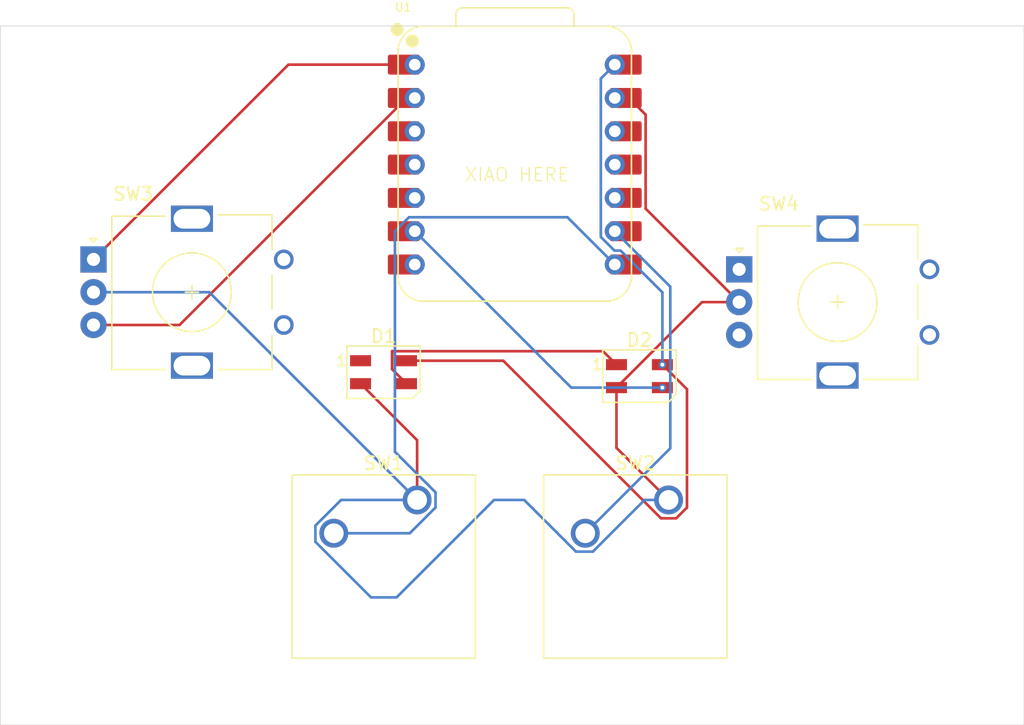
<source format=kicad_pcb>
(kicad_pcb (version 20241229) (generator "pcbnew") (generator_version "9.0")
  (layers (0 "F.Cu" signal) (2 "B.Cu" signal) (13 "F.Paste" user) (15 "B.Paste" user) (5 "F.SilkS" user "F.Silkscreen") (7 "B.SilkS" user "B.Silkscreen") (1 "F.Mask" user) (3 "B.Mask" user) (25 "Edge.Cuts" user))
  (net 0 "")
  (net 1 "GND")
  (net 2 "+5V")
  (net 3 "Net-(D1-DIN)")
  (net 5 "Net-(D2-DIN)")
  (net 6 "Net-(U1-GPIO1{slash}RX)")
  (net 7 "Net-(U1-GPIO2{slash}SCK)")
  (net 8 "Net-(U1-GPIO26{slash}ADC0{slash}A0)")
  (net 9 "Net-(U1-GPIO27{slash}ADC1{slash}A1)")
  (footprint "OPL:XIAO-RP2040-DIP" (layer "F.Cu") (at 107.5 64.1685)
    (property "Reference" "U1" (at -8.5 -12 0) (layer "F.SilkS") (effects (font (size 0.635 0.635) (thickness 0.1016))))
    (property "Value" "XIAO-RP2040-DIP")
    (fp_line (start -8.89 8.509) (end -8.89 -8.636) (stroke (width 0.127)) (layer "F.SilkS"))
    (fp_line (start -6.985 10.414) (end 6.985 10.414) (stroke (width 0.127)) (layer "F.SilkS"))
    (fp_line (start -4.495 -10.541) (end -4.491272 -11.451272) (stroke (width 0.127)) (layer "F.SilkS"))
    (fp_line (start -3.991272 -11.951) (end 4.004 -11.951) (stroke (width 0.127)) (layer "F.SilkS"))
    (fp_line (start 4.504 -11.451) (end 4.504 -10.541) (stroke (width 0.127)) (layer "F.SilkS"))
    (fp_line (start 6.985 -10.541) (end -6.985 -10.541) (stroke (width 0.1)) (layer "F.SilkS"))
    (fp_line (start 6.985 -10.541) (end -6.985 -10.541) (stroke (width 0.127)) (layer "F.SilkS"))
    (fp_line (start 8.89 8.509) (end 8.89 -8.636) (stroke (width 0.127)) (layer "F.SilkS"))
    (fp_arc (start -8.89 -8.636) (mid -8.332038 -9.983038) (end -6.985 -10.541) (stroke (width 0.127)) (layer "F.SilkS"))
    (fp_arc (start -6.985 10.414) (mid -8.332038 9.856038) (end -8.89 8.509) (stroke (width 0.127)) (layer "F.SilkS"))
    (fp_arc (start -4.491272 -11.451272) (mid -4.344728 -11.80464) (end -3.991272 -11.951) (stroke (width 0.127)) (layer "F.SilkS"))
    (fp_arc (start 4.004 -11.951) (mid 4.357553 -11.804553) (end 4.504 -11.451) (stroke (width 0.127)) (layer "F.SilkS"))
    (fp_arc (start 6.985 -10.541) (mid 8.332038 -9.983038) (end 8.89 -8.636) (stroke (width 0.127)) (layer "F.SilkS"))
    (fp_arc (start 8.89 8.509) (mid 8.332038 9.856038) (end 6.985 10.414) (stroke (width 0.127)) (layer "F.SilkS"))
    (fp_circle (center -8.95 -10.3) (end -8.95 -10.554) (stroke (width 0.5)) (fill yes) (layer "F.SilkS"))
    (fp_circle (center -7.807 -9.42) (end -7.807 -9.674) (stroke (width 0.5)) (fill yes) (layer "F.SilkS"))
    (pad "1" smd roundrect (at -8.455 -7.62 180) (size 2.432 1.524) (layers "F.Cu" "F.Mask") (roundrect_rratio 0.1) (net 8 "Net-(U1-GPIO26{slash}ADC0{slash}A0)"))
    (pad "1" thru_hole circle (at -7.62 -7.62 180) (size 1.524 1.524) (drill 0.889) (layers "*.Cu" "*.Mask") (net 8 "Net-(U1-GPIO26{slash}ADC0{slash}A0)"))
    (pad "2" smd roundrect (at -8.455 -5.08 180) (size 2.432 1.524) (layers "F.Cu" "F.Mask") (roundrect_rratio 0.1) (net 9 "Net-(U1-GPIO27{slash}ADC1{slash}A1)"))
    (pad "2" thru_hole circle (at -7.62 -5.08 180) (size 1.524 1.524) (drill 0.889) (layers "*.Cu" "*.Mask") (net 9 "Net-(U1-GPIO27{slash}ADC1{slash}A1)"))
    (pad "3" smd roundrect (at -8.455 -2.54 180) (size 2.432 1.524) (layers "F.Cu" "F.Mask") (roundrect_rratio 0.1))
    (pad "3" thru_hole circle (at -7.62 -2.54 180) (size 1.524 1.524) (drill 0.889) (layers "*.Cu" "*.Mask"))
    (pad "4" smd roundrect (at -8.455 0 180) (size 2.432 1.524) (layers "F.Cu" "F.Mask") (roundrect_rratio 0.1))
    (pad "4" thru_hole circle (at -7.62 0 180) (size 1.524 1.524) (drill 0.889) (layers "*.Cu" "*.Mask"))
    (pad "5" smd roundrect (at -8.455 2.54 180) (size 2.432 1.524) (layers "F.Cu" "F.Mask") (roundrect_rratio 0.1))
    (pad "5" thru_hole circle (at -7.62 2.54 180) (size 1.524 1.524) (drill 0.889) (layers "*.Cu" "*.Mask"))
    (pad "6" smd roundrect (at -8.455 5.08 180) (size 2.432 1.524) (layers "F.Cu" "F.Mask") (roundrect_rratio 0.1) (net 5 "Net-(D2-DIN)"))
    (pad "6" thru_hole circle (at -7.62 5.08 180) (size 1.524 1.524) (drill 0.889) (layers "*.Cu" "*.Mask") (net 5 "Net-(D2-DIN)"))
    (pad "7" smd roundrect (at -8.455 7.62 180) (size 2.432 1.524) (layers "F.Cu" "F.Mask") (roundrect_rratio 0.1))
    (pad "7" thru_hole circle (at -7.62 7.62 180) (size 1.524 1.524) (drill 0.889) (layers "*.Cu" "*.Mask"))
    (pad "8" thru_hole circle (at 7.62 7.62) (size 1.524 1.524) (drill 0.889) (layers "*.Cu" "*.Mask") (net 6 "Net-(U1-GPIO1{slash}RX)"))
    (pad "8" smd roundrect (at 8.455 7.62) (size 2.432 1.524) (layers "F.Cu" "F.Mask") (roundrect_rratio 0.1) (net 6 "Net-(U1-GPIO1{slash}RX)"))
    (pad "9" thru_hole circle (at 7.62 5.08) (size 1.524 1.524) (drill 0.889) (layers "*.Cu" "*.Mask") (net 7 "Net-(U1-GPIO2{slash}SCK)"))
    (pad "9" smd roundrect (at 8.455 5.08) (size 2.432 1.524) (layers "F.Cu" "F.Mask") (roundrect_rratio 0.1) (net 7 "Net-(U1-GPIO2{slash}SCK)"))
    (pad "10" thru_hole circle (at 7.62 2.54) (size 1.524 1.524) (drill 0.889) (layers "*.Cu" "*.Mask"))
    (pad "10" smd roundrect (at 8.455 2.54) (size 2.432 1.524) (layers "F.Cu" "F.Mask") (roundrect_rratio 0.1))
    (pad "11" thru_hole circle (at 7.62 0) (size 1.524 1.524) (drill 0.889) (layers "*.Cu" "*.Mask"))
    (pad "11" smd roundrect (at 8.455 0) (size 2.432 1.524) (layers "F.Cu" "F.Mask") (roundrect_rratio 0.1))
    (pad "12" thru_hole circle (at 7.62 -2.54) (size 1.524 1.524) (drill 0.889) (layers "*.Cu" "*.Mask"))
    (pad "12" smd roundrect (at 8.455 -2.54) (size 2.432 1.524) (layers "F.Cu" "F.Mask") (roundrect_rratio 0.1))
    (pad "13" thru_hole circle (at 7.62 -5.08) (size 1.524 1.524) (drill 0.889) (layers "*.Cu" "*.Mask") (net 1 "GND"))
    (pad "13" smd roundrect (at 8.455 -5.08) (size 2.432 1.524) (layers "F.Cu" "F.Mask") (roundrect_rratio 0.1) (net 1 "GND"))
    (pad "14" thru_hole circle (at 7.62 -7.62) (size 1.524 1.524) (drill 0.889) (layers "*.Cu" "*.Mask") (net 2 "+5V"))
    (pad "14" smd roundrect (at 8.455 -7.62) (size 2.432 1.524) (layers "F.Cu" "F.Mask") (roundrect_rratio 0.1) (net 2 "+5V"))
  )
  (footprint "LED_SMD:LED_SK6812MINI_PLCC4_3.5x3.5mm_P1.75mm" (layer "F.Cu") (at 97.5 80)
    (property "Reference" "D1" (at 0 -2.75 0) (layer "F.SilkS"))
    (property "Value" "SK6812MINI")
    (fp_line (start -2.8 -2) (end -2.8 2) (stroke (width 0.12)) (layer "F.SilkS"))
    (fp_line (start -2.8 -2) (end 2.8 -2) (stroke (width 0.12)) (layer "F.SilkS"))
    (fp_line (start -2.8 2) (end 2.2 2) (stroke (width 0.12)) (layer "F.SilkS"))
    (fp_line (start 2.8 1.4) (end 2.2 2) (stroke (width 0.12)) (layer "F.SilkS"))
    (fp_line (start 2.8 1.4) (end 2.8 -2) (stroke (width 0.12)) (layer "F.SilkS"))
    (fp_text user "1" (at -3.2 -0.875 0) (layer "F.SilkS") (effects (font (size 0.8 0.8))))
    (pad "1" smd rect (at -1.75 -0.875) (size 1.6 0.85) (layers "F.Cu" "F.Mask" "F.Paste"))
    (pad "2" smd rect (at -1.75 0.875) (size 1.6 0.85) (layers "F.Cu" "F.Mask" "F.Paste") (net 1 "GND"))
    (pad "3" smd rect (at 1.75 0.875) (size 1.6 0.85) (layers "F.Cu" "F.Mask" "F.Paste") (net 3 "Net-(D1-DIN)"))
    (pad "4" smd rect (at 1.75 -0.875) (size 1.6 0.85) (layers "F.Cu" "F.Mask" "F.Paste") (net 2 "+5V"))
  )
  (footprint "Rotary_Encoder:RotaryEncoder_Alps_EC11E_Vertical_H20mm" (layer "F.Cu") (at 124.6 72.15625)
    (property "Reference" "SW4" (at 3.025 -5 0) (layer "F.SilkS"))
    (property "Value" "RotaryEncoder")
    (fp_line (start -0.3 -1.6) (end 0.3 -1.6) (stroke (width 0.12)) (layer "F.SilkS"))
    (fp_line (start 0 -1.3) (end -0.3 -1.6) (stroke (width 0.12)) (layer "F.SilkS"))
    (fp_line (start 0.3 -1.6) (end 0 -1.3) (stroke (width 0.12)) (layer "F.SilkS"))
    (fp_line (start 1.4 -3.3) (end 1.4 8.4) (stroke (width 0.12)) (layer "F.SilkS"))
    (fp_line (start 5.5 -3.3) (end 1.4 -3.3) (stroke (width 0.12)) (layer "F.SilkS"))
    (fp_line (start 5.5 8.4) (end 1.4 8.4) (stroke (width 0.12)) (layer "F.SilkS"))
    (fp_line (start 7 2.5) (end 8 2.5) (stroke (width 0.12)) (layer "F.SilkS"))
    (fp_line (start 7.5 2) (end 7.5 3) (stroke (width 0.12)) (layer "F.SilkS"))
    (fp_line (start 9.5 -3.4) (end 13.6 -3.4) (stroke (width 0.12)) (layer "F.SilkS"))
    (fp_line (start 13.6 -3.4) (end 13.6 -0.8) (stroke (width 0.12)) (layer "F.SilkS"))
    (fp_line (start 13.6 1.2) (end 13.6 3.8) (stroke (width 0.12)) (layer "F.SilkS"))
    (fp_line (start 13.6 5.8) (end 13.6 8.4) (stroke (width 0.12)) (layer "F.SilkS"))
    (fp_line (start 13.6 8.4) (end 9.5 8.4) (stroke (width 0.12)) (layer "F.SilkS"))
    (fp_circle (center 7.5 2.5) (end 10.5 2.5) (stroke (width 0.12)) (fill no) (layer "F.SilkS"))
    (pad "" thru_hole circle (at 14.5 0) (size 1.5 1.5) (drill 1) (layers "*.Cu" "*.Mask"))
    (pad "" thru_hole circle (at 14.5 5) (size 1.5 1.5) (drill 1) (layers "*.Cu" "*.Mask"))
    (pad "A" thru_hole rect (at 0 0) (size 2 2) (drill 1) (layers "*.Cu" "*.Mask"))
    (pad "B" thru_hole circle (at 0 5) (size 2 2) (drill 1) (layers "*.Cu" "*.Mask"))
    (pad "C" thru_hole circle (at 0 2.5) (size 2 2) (drill 1) (layers "*.Cu" "*.Mask") (net 1 "GND"))
    (pad "MP" thru_hole rect (at 7.5 -3.1) (size 3.2 2) (drill oval 2.8 1.5) (layers "*.Cu" "*.Mask"))
    (pad "MP" thru_hole rect (at 7.5 8.1) (size 3.2 2) (drill oval 2.8 1.5) (layers "*.Cu" "*.Mask"))
  )
  (footprint "Rotary_Encoder:RotaryEncoder_Alps_EC11E_Vertical_H20mm" (layer "F.Cu") (at 75.4 71.4)
    (property "Reference" "SW3" (at 3.025 -5 0) (layer "F.SilkS"))
    (property "Value" "RotaryEncoder")
    (fp_line (start -0.3 -1.6) (end 0.3 -1.6) (stroke (width 0.12)) (layer "F.SilkS"))
    (fp_line (start 0 -1.3) (end -0.3 -1.6) (stroke (width 0.12)) (layer "F.SilkS"))
    (fp_line (start 0.3 -1.6) (end 0 -1.3) (stroke (width 0.12)) (layer "F.SilkS"))
    (fp_line (start 1.4 -3.3) (end 1.4 8.4) (stroke (width 0.12)) (layer "F.SilkS"))
    (fp_line (start 5.5 -3.3) (end 1.4 -3.3) (stroke (width 0.12)) (layer "F.SilkS"))
    (fp_line (start 5.5 8.4) (end 1.4 8.4) (stroke (width 0.12)) (layer "F.SilkS"))
    (fp_line (start 7 2.5) (end 8 2.5) (stroke (width 0.12)) (layer "F.SilkS"))
    (fp_line (start 7.5 2) (end 7.5 3) (stroke (width 0.12)) (layer "F.SilkS"))
    (fp_line (start 9.5 -3.4) (end 13.6 -3.4) (stroke (width 0.12)) (layer "F.SilkS"))
    (fp_line (start 13.6 -3.4) (end 13.6 -0.8) (stroke (width 0.12)) (layer "F.SilkS"))
    (fp_line (start 13.6 1.2) (end 13.6 3.8) (stroke (width 0.12)) (layer "F.SilkS"))
    (fp_line (start 13.6 5.8) (end 13.6 8.4) (stroke (width 0.12)) (layer "F.SilkS"))
    (fp_line (start 13.6 8.4) (end 9.5 8.4) (stroke (width 0.12)) (layer "F.SilkS"))
    (fp_circle (center 7.5 2.5) (end 10.5 2.5) (stroke (width 0.12)) (fill no) (layer "F.SilkS"))
    (pad "" thru_hole circle (at 14.5 0) (size 1.5 1.5) (drill 1) (layers "*.Cu" "*.Mask"))
    (pad "" thru_hole circle (at 14.5 5) (size 1.5 1.5) (drill 1) (layers "*.Cu" "*.Mask"))
    (pad "A" thru_hole rect (at 0 0) (size 2 2) (drill 1) (layers "*.Cu" "*.Mask") (net 8 "Net-(U1-GPIO26{slash}ADC0{slash}A0)"))
    (pad "B" thru_hole circle (at 0 5) (size 2 2) (drill 1) (layers "*.Cu" "*.Mask") (net 9 "Net-(U1-GPIO27{slash}ADC1{slash}A1)"))
    (pad "C" thru_hole circle (at 0 2.5) (size 2 2) (drill 1) (layers "*.Cu" "*.Mask") (net 1 "GND"))
    (pad "MP" thru_hole rect (at 7.5 -3.1) (size 3.2 2) (drill oval 2.8 1.5) (layers "*.Cu" "*.Mask"))
    (pad "MP" thru_hole rect (at 7.5 8.1) (size 3.2 2) (drill oval 2.8 1.5) (layers "*.Cu" "*.Mask"))
  )
  (footprint "Button_Switch_Keyboard:SW_Cherry_MX_1.00u_PCB" (layer "F.Cu") (at 100.06 89.74)
    (property "Reference" "SW1" (at -2.54 -2.794 0) (layer "F.SilkS"))
    (property "Value" "SW_Push")
    (fp_line (start -9.525 -1.905) (end 4.445 -1.905) (stroke (width 0.12)) (layer "F.SilkS"))
    (fp_line (start -9.525 12.065) (end -9.525 -1.905) (stroke (width 0.12)) (layer "F.SilkS"))
    (fp_line (start 4.445 -1.905) (end 4.445 12.065) (stroke (width 0.12)) (layer "F.SilkS"))
    (fp_line (start 4.445 12.065) (end -9.525 12.065) (stroke (width 0.12)) (layer "F.SilkS"))
    (pad "" np_thru_hole circle (at -7.62 5.08) (size 1.7 1.7) (drill 1.7) (layers "*.Cu" "*.Mask"))
    (pad "" np_thru_hole circle (at -2.54 5.08) (size 4 4) (drill 4) (layers "*.Cu" "*.Mask"))
    (pad "" np_thru_hole circle (at 2.54 5.08) (size 1.7 1.7) (drill 1.7) (layers "*.Cu" "*.Mask"))
    (pad "1" thru_hole circle (at 0 0) (size 2.2 2.2) (drill 1.5) (layers "*.Cu" "*.Mask") (net 1 "GND"))
    (pad "2" thru_hole circle (at -6.35 2.54) (size 2.2 2.2) (drill 1.5) (layers "*.Cu" "*.Mask") (net 6 "Net-(U1-GPIO1{slash}RX)"))
  )
  (footprint "Button_Switch_Keyboard:SW_Cherry_MX_1.00u_PCB" (layer "F.Cu") (at 119.22125 89.74)
    (property "Reference" "SW2" (at -2.54 -2.794 0) (layer "F.SilkS"))
    (property "Value" "SW_Push")
    (fp_line (start -9.525 -1.905) (end 4.445 -1.905) (stroke (width 0.12)) (layer "F.SilkS"))
    (fp_line (start -9.525 12.065) (end -9.525 -1.905) (stroke (width 0.12)) (layer "F.SilkS"))
    (fp_line (start 4.445 -1.905) (end 4.445 12.065) (stroke (width 0.12)) (layer "F.SilkS"))
    (fp_line (start 4.445 12.065) (end -9.525 12.065) (stroke (width 0.12)) (layer "F.SilkS"))
    (pad "" np_thru_hole circle (at -7.62 5.08) (size 1.7 1.7) (drill 1.7) (layers "*.Cu" "*.Mask"))
    (pad "" np_thru_hole circle (at -2.54 5.08) (size 4 4) (drill 4) (layers "*.Cu" "*.Mask"))
    (pad "" np_thru_hole circle (at 2.54 5.08) (size 1.7 1.7) (drill 1.7) (layers "*.Cu" "*.Mask"))
    (pad "1" thru_hole circle (at 0 0) (size 2.2 2.2) (drill 1.5) (layers "*.Cu" "*.Mask") (net 1 "GND"))
    (pad "2" thru_hole circle (at -6.35 2.54) (size 2.2 2.2) (drill 1.5) (layers "*.Cu" "*.Mask") (net 7 "Net-(U1-GPIO2{slash}SCK)"))
  )
  (footprint "LED_SMD:LED_SK6812MINI_PLCC4_3.5x3.5mm_P1.75mm" (layer "F.Cu") (at 117 80.3)
    (property "Reference" "D2" (at 0 -2.75 0) (layer "F.SilkS"))
    (property "Value" "SK6812MINI")
    (fp_line (start -2.8 -2) (end -2.8 2) (stroke (width 0.12)) (layer "F.SilkS"))
    (fp_line (start -2.8 -2) (end 2.8 -2) (stroke (width 0.12)) (layer "F.SilkS"))
    (fp_line (start -2.8 2) (end 2.2 2) (stroke (width 0.12)) (layer "F.SilkS"))
    (fp_line (start 2.8 1.4) (end 2.2 2) (stroke (width 0.12)) (layer "F.SilkS"))
    (fp_line (start 2.8 1.4) (end 2.8 -2) (stroke (width 0.12)) (layer "F.SilkS"))
    (fp_text user "1" (at -3.2 -0.875 0) (layer "F.SilkS") (effects (font (size 0.8 0.8))))
    (pad "1" smd rect (at -1.75 -0.875) (size 1.6 0.85) (layers "F.Cu" "F.Mask" "F.Paste") (net 3 "Net-(D1-DIN)"))
    (pad "2" smd rect (at -1.75 0.875) (size 1.6 0.85) (layers "F.Cu" "F.Mask" "F.Paste") (net 1 "GND"))
    (pad "3" smd rect (at 1.75 0.875) (size 1.6 0.85) (layers "F.Cu" "F.Mask" "F.Paste") (net 5 "Net-(D2-DIN)"))
    (pad "4" smd rect (at 1.75 -0.875) (size 1.6 0.85) (layers "F.Cu" "F.Mask" "F.Paste") (net 2 "+5V"))
  )
  (gr_rect (start 68.3 53.6) (end 146.3 106.9) (stroke (width 0.05)) (fill no) (layer "Edge.Cuts"))
  (gr_text "XIAO HERE" (at 103.63 65.52 0) (layer "F.SilkS") (effects (font (size 1 1) (thickness 0.1)) (justify left bottom)))
  (segment (start 100.06 89.74) (end 100.06 85.185) (width 0.2) (layer "F.Cu") (net 1))
  (segment (start 100.06 85.185) (end 95.75 80.875) (width 0.2) (layer "F.Cu") (net 1))
  (segment (start 124.6 74.65625) (end 121.76875 74.65625) (width 0.2) (layer "F.Cu") (net 1))
  (segment (start 116.19763 59.0885) (end 115.12 59.0885) (width 0.2) (layer "F.Cu") (net 1))
  (segment (start 115.25 85.76875) (end 115.25 81.175) (width 0.2) (layer "F.Cu") (net 1))
  (segment (start 124.6 74.65625) (end 117.472 67.52825) (width 0.2) (layer "F.Cu") (net 1))
  (segment (start 117.472 67.52825) (end 117.472 60.36287) (width 0.2) (layer "F.Cu") (net 1))
  (segment (start 119.22125 89.74) (end 115.25 85.76875) (width 0.2) (layer "F.Cu") (net 1))
  (segment (start 117.472 60.36287) (end 116.19763 59.0885) (width 0.2) (layer "F.Cu") (net 1))
  (segment (start 121.76875 74.65625) (end 115.25 81.175) (width 0.2) (layer "F.Cu") (net 1))
  (segment (start 119.22125 89.74) (end 117.392564 89.74) (width 0.2) (layer "B.Cu") (net 1))
  (segment (start 75.4 73.9) (end 84.22 73.9) (width 0.2) (layer "B.Cu") (net 1))
  (segment (start 113.451564 93.681) (end 112.16072 93.681) (width 0.2) (layer "B.Cu") (net 1))
  (segment (start 96.546184 97.171) (end 92.309 92.933816) (width 0.2) (layer "B.Cu") (net 1))
  (segment (start 92.309 91.699686) (end 94.268686 89.74) (width 0.2) (layer "B.Cu") (net 1))
  (segment (start 112.16072 93.681) (end 108.21972 89.74) (width 0.2) (layer "B.Cu") (net 1))
  (segment (start 105.924816 89.74) (end 98.493816 97.171) (width 0.2) (layer "B.Cu") (net 1))
  (segment (start 92.309 92.933816) (end 92.309 91.699686) (width 0.2) (layer "B.Cu") (net 1))
  (segment (start 94.268686 89.74) (end 100.06 89.74) (width 0.2) (layer "B.Cu") (net 1))
  (segment (start 117.392564 89.74) (end 113.451564 93.681) (width 0.2) (layer "B.Cu") (net 1))
  (segment (start 98.493816 97.171) (end 96.546184 97.171) (width 0.2) (layer "B.Cu") (net 1))
  (segment (start 108.21972 89.74) (end 105.924816 89.74) (width 0.2) (layer "B.Cu") (net 1))
  (segment (start 84.22 73.9) (end 100.06 89.74) (width 0.2) (layer "B.Cu") (net 1))
  (segment (start 99.25 79.125) (end 106.624936 79.125) (width 0.2) (layer "F.Cu") (net 2))
  (segment (start 118.640936 91.141) (end 119.801564 91.141) (width 0.2) (layer "F.Cu") (net 2))
  (segment (start 106.624936 79.125) (end 118.640936 91.141) (width 0.2) (layer "F.Cu") (net 2))
  (segment (start 120.62225 90.320314) (end 120.62225 81.29725) (width 0.2) (layer "F.Cu") (net 2))
  (segment (start 120.62225 81.29725) (end 118.75 79.425) (width 0.2) (layer "F.Cu") (net 2))
  (segment (start 119.801564 91.141) (end 120.62225 90.320314) (width 0.2) (layer "F.Cu") (net 2))
  (via (at 118.75 79.425) (size 0.6) (drill 0.3) (layers "F.Cu" "B.Cu") (net 2))
  (segment (start 115.12 56.5485) (end 114.057 57.6115) (width 0.2) (layer "B.Cu") (net 2))
  (segment (start 114.057 69.68881) (end 115.09369 70.7255) (width 0.2) (layer "B.Cu") (net 2))
  (segment (start 114.057 57.6115) (end 114.057 69.68881) (width 0.2) (layer "B.Cu") (net 2))
  (segment (start 115.09369 70.7255) (end 115.56031 70.7255) (width 0.2) (layer "B.Cu") (net 2))
  (segment (start 118.75 73.91519) (end 118.75 79.425) (width 0.2) (layer "B.Cu") (net 2))
  (segment (start 115.56031 70.7255) (end 118.75 73.91519) (width 0.2) (layer "B.Cu") (net 2))
  (segment (start 114.224 78.399) (end 115.25 79.425) (width 0.2) (layer "F.Cu") (net 3))
  (segment (start 98.149 78.399) (end 114.224 78.399) (width 0.2) (layer "F.Cu") (net 3))
  (segment (start 98.149 79.774) (end 98.149 78.399) (width 0.2) (layer "F.Cu") (net 3))
  (segment (start 99.25 80.875) (end 98.149 79.774) (width 0.2) (layer "F.Cu") (net 3))
  (via (at 118.75 81.175) (size 0.6) (drill 0.3) (layers "F.Cu" "B.Cu") (net 5))
  (segment (start 99.88 69.2485) (end 111.8065 81.175) (width 0.2) (layer "B.Cu") (net 5))
  (segment (start 111.8065 81.175) (end 118.75 81.175) (width 0.2) (layer "B.Cu") (net 5))
  (segment (start 99.43969 68.1855) (end 98.36855 69.25664) (width 0.2) (layer "B.Cu") (net 6))
  (segment (start 98.36855 69.25664) (end 98.36855 86.067236) (width 0.2) (layer "B.Cu") (net 6))
  (segment (start 99.501314 92.28) (end 93.71 92.28) (width 0.2) (layer "B.Cu") (net 6))
  (segment (start 101.461 90.320314) (end 99.501314 92.28) (width 0.2) (layer "B.Cu") (net 6))
  (segment (start 98.36855 86.067236) (end 101.461 89.159686) (width 0.2) (layer "B.Cu") (net 6))
  (segment (start 111.517 68.1855) (end 99.43969 68.1855) (width 0.2) (layer "B.Cu") (net 6))
  (segment (start 101.461 89.159686) (end 101.461 90.320314) (width 0.2) (layer "B.Cu") (net 6))
  (segment (start 115.12 71.7885) (end 111.517 68.1855) (width 0.2) (layer "B.Cu") (net 6))
  (segment (start 119.351 85.80025) (end 119.351 73.4795) (width 0.2) (layer "B.Cu") (net 7))
  (segment (start 112.87125 92.28) (end 119.351 85.80025) (width 0.2) (layer "B.Cu") (net 7))
  (segment (start 119.351 73.4795) (end 115.12 69.2485) (width 0.2) (layer "B.Cu") (net 7))
  (segment (start 90.2515 56.5485) (end 99.88 56.5485) (width 0.2) (layer "F.Cu") (net 8))
  (segment (start 75.4 71.4) (end 90.2515 56.5485) (width 0.2) (layer "F.Cu") (net 8))
  (segment (start 99.266374 59.0885) (end 99.88 59.0885) (width 0.2) (layer "F.Cu") (net 9))
  (segment (start 81.954874 76.4) (end 99.266374 59.0885) (width 0.2) (layer "F.Cu") (net 9))
  (segment (start 75.4 76.4) (end 81.954874 76.4) (width 0.2) (layer "F.Cu") (net 9))
)
</source>
